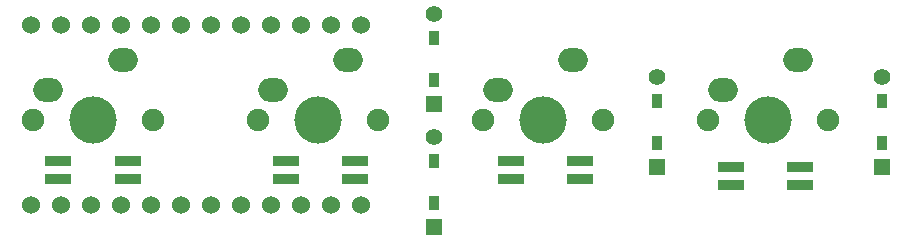
<source format=gbs>
G04 #@! TF.GenerationSoftware,KiCad,Pcbnew,(7.0.0)*
G04 #@! TF.CreationDate,2023-03-28T15:00:26+09:00*
G04 #@! TF.ProjectId,kosame4,6b6f7361-6d65-4342-9e6b-696361645f70,rev?*
G04 #@! TF.SameCoordinates,Original*
G04 #@! TF.FileFunction,Soldermask,Bot*
G04 #@! TF.FilePolarity,Negative*
%FSLAX46Y46*%
G04 Gerber Fmt 4.6, Leading zero omitted, Abs format (unit mm)*
G04 Created by KiCad (PCBNEW (7.0.0)) date 2023-03-28 15:00:26*
%MOMM*%
%LPD*%
G01*
G04 APERTURE LIST*
%ADD10R,2.200000X0.820000*%
%ADD11C,1.900000*%
%ADD12C,4.000000*%
%ADD13O,2.500000X2.000000*%
%ADD14R,1.397000X1.397000*%
%ADD15R,0.950000X1.300000*%
%ADD16C,1.397000*%
%ADD17C,1.524000*%
G04 APERTURE END LIST*
D10*
X62699999Y-36829999D03*
X56799999Y-36829999D03*
X56799999Y-38329999D03*
X62699999Y-38329999D03*
D11*
X35401300Y-33337500D03*
D12*
X40481300Y-33337500D03*
D11*
X45561300Y-33337500D03*
D13*
X36671299Y-30797499D03*
X43021299Y-28257499D03*
D14*
X69341999Y-32006999D03*
D15*
X69341999Y-29971999D03*
X69341999Y-26421999D03*
D16*
X69342000Y-24387000D03*
D17*
X35242500Y-25307200D03*
X37782500Y-25307200D03*
X40322500Y-25307200D03*
X42862500Y-25307200D03*
X45402500Y-25307200D03*
X47942500Y-25307200D03*
X50482500Y-25307200D03*
X53022500Y-25307200D03*
X55562500Y-25307200D03*
X58102500Y-25307200D03*
X60642500Y-25307200D03*
X63182500Y-25307200D03*
X63182500Y-40527200D03*
X60642500Y-40527200D03*
X58102500Y-40527200D03*
X55562500Y-40527200D03*
X53022500Y-40527200D03*
X50482500Y-40527200D03*
X47942500Y-40527200D03*
X45402500Y-40527200D03*
X42862500Y-40527200D03*
X40322500Y-40527200D03*
X37782500Y-40527200D03*
X35242500Y-40527200D03*
D10*
X100362499Y-37349999D03*
X94462499Y-37349999D03*
X94462499Y-38849999D03*
X100362499Y-38849999D03*
X43431299Y-36829999D03*
X37531299Y-36829999D03*
X37531299Y-38329999D03*
X43431299Y-38329999D03*
X81749999Y-36829999D03*
X75849999Y-36829999D03*
X75849999Y-38329999D03*
X81749999Y-38329999D03*
D11*
X54451300Y-33337500D03*
D12*
X59531300Y-33337500D03*
D11*
X64611300Y-33337500D03*
D13*
X55721299Y-30797499D03*
X62071299Y-28257499D03*
D11*
X73501300Y-33337500D03*
D12*
X78581300Y-33337500D03*
D11*
X83661300Y-33337500D03*
D13*
X74771299Y-30797499D03*
X81121299Y-28257499D03*
D14*
X107314999Y-37334999D03*
D15*
X107314999Y-35299999D03*
X107314999Y-31749999D03*
D16*
X107315000Y-29715000D03*
D14*
X69341999Y-42417999D03*
D15*
X69341999Y-40382999D03*
X69341999Y-36832999D03*
D16*
X69342000Y-34798000D03*
D14*
X88264999Y-37334999D03*
D15*
X88264999Y-35299999D03*
X88264999Y-31749999D03*
D16*
X88265000Y-29715000D03*
D11*
X92551300Y-33337500D03*
D12*
X97631300Y-33337500D03*
D11*
X102711300Y-33337500D03*
D13*
X93821299Y-30797499D03*
X100171299Y-28257499D03*
M02*

</source>
